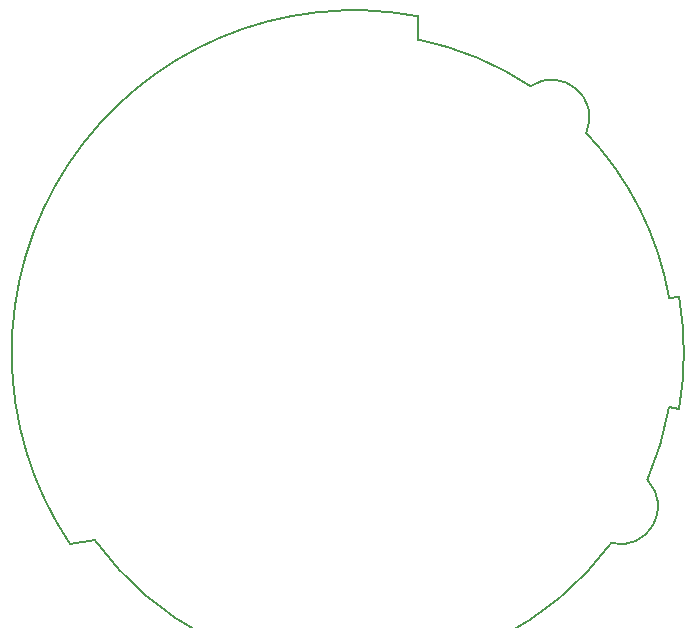
<source format=gm1>
%TF.GenerationSoftware,KiCad,Pcbnew,8.0.7*%
%TF.CreationDate,2025-07-12T21:06:11-07:00*%
%TF.ProjectId,FOCdriver,464f4364-7269-4766-9572-2e6b69636164,1.0*%
%TF.SameCoordinates,Original*%
%TF.FileFunction,Profile,NP*%
%FSLAX46Y46*%
G04 Gerber Fmt 4.6, Leading zero omitted, Abs format (unit mm)*
G04 Created by KiCad (PCBNEW 8.0.7) date 2025-07-12 21:06:11*
%MOMM*%
%LPD*%
G01*
G04 APERTURE LIST*
%TA.AperFunction,Profile*%
%ADD10C,0.200000*%
%TD*%
G04 APERTURE END LIST*
D10*
X126652990Y-54603698D02*
X127500000Y-54750000D01*
X114925000Y-27425000D02*
G75*
G02*
X119640254Y-31381767I1787500J-2657800D01*
G01*
X127500000Y-45250000D02*
G75*
G02*
X127500000Y-54750000I-27500000J-4750000D01*
G01*
X75957910Y-66216594D02*
X78042480Y-65866954D01*
X124813599Y-60763887D02*
G75*
G02*
X121752874Y-66113281I-2296899J-2236113D01*
G01*
X105434058Y-21513670D02*
X105437432Y-23483587D01*
X121752866Y-66113316D02*
G75*
G02*
X78042485Y-65866951I-21765016J16122066D01*
G01*
X119640273Y-31381776D02*
G75*
G02*
X126667608Y-45393777I-19640273J-18618224D01*
G01*
X75957911Y-66216593D02*
G75*
G02*
X105434058Y-21513671I24042089J16216593D01*
G01*
X105437432Y-23483587D02*
G75*
G02*
X114924987Y-27425020I-5449632J-26507613D01*
G01*
X127500000Y-45250000D02*
X126667608Y-45393777D01*
X126652990Y-54603698D02*
G75*
G02*
X124813604Y-60763890I-26653090J4603698D01*
G01*
M02*

</source>
